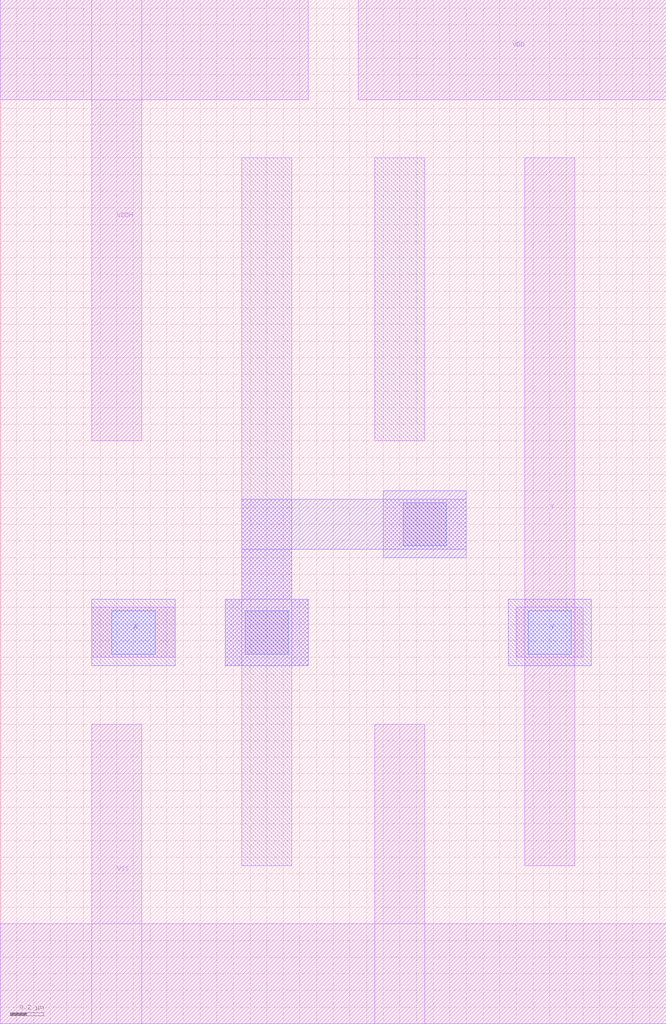
<source format=lef>
# Copyright 2022 Google LLC
# Licensed under the Apache License, Version 2.0 (the "License");
# you may not use this file except in compliance with the License.
# You may obtain a copy of the License at
#
#      http://www.apache.org/licenses/LICENSE-2.0
#
# Unless required by applicable law or agreed to in writing, software
# distributed under the License is distributed on an "AS IS" BASIS,
# WITHOUT WARRANTIES OR CONDITIONS OF ANY KIND, either express or implied.
# See the License for the specific language governing permissions and
# limitations under the License.
VERSION 5.7 ;
BUSBITCHARS "[]" ;
DIVIDERCHAR "/" ;

MACRO gf180mcu_osu_sc_9T_lshifdown
  CLASS CORE ;
  ORIGIN 0 0 ;
  FOREIGN gf180mcu_osu_sc_9T_lshifdown 0 0 ;
  SIZE 4 BY 6.15 ;
  SYMMETRY X Y ;
  SITE GF180_3p3_12t ;
  PIN VDD
    DIRECTION INOUT ;
    USE POWER ;
    SHAPE ABUTMENT ;
    PORT
      LAYER MET1 ;
        RECT 2.15 5.55 4 6.15 ;
    END
  END VDD
  PIN VDDH
    DIRECTION INOUT ;
    USE POWER ;
    PORT
      LAYER MET1 ;
        RECT 0 5.55 1.85 6.15 ;
        RECT 0.55 3.5 0.85 6.15 ;
    END
  END VDDH
  PIN VSS
    DIRECTION INOUT ;
    USE GROUND ;
    PORT
      LAYER MET1 ;
        RECT 0 0 4 0.6 ;
        RECT 2.25 0 2.55 1.8 ;
        RECT 0.55 0 0.85 1.8 ;
    END
  END VSS
  PIN A
    DIRECTION INPUT ;
    USE SIGNAL ;
    PORT
      LAYER MET1 ;
        RECT 0.55 2.2 1.05 2.5 ;
      LAYER MET2 ;
        RECT 0.55 2.15 1.05 2.55 ;
      LAYER VIA12 ;
        RECT 0.67 2.22 0.93 2.48 ;
    END
  END A
  PIN Y
    DIRECTION OUTPUT ;
    USE SIGNAL ;
    PORT
      LAYER MET1 ;
        RECT 3.1 2.2 3.5 2.5 ;
        RECT 3.15 0.95 3.45 5.2 ;
      LAYER MET2 ;
        RECT 3.05 2.15 3.55 2.55 ;
      LAYER VIA12 ;
        RECT 3.17 2.22 3.43 2.48 ;
    END
  END Y
  OBS
    LAYER MET2 ;
      RECT 2.3 2.8 2.8 3.2 ;
      RECT 1.45 2.85 2.8 3.15 ;
      RECT 1.45 2.15 1.75 3.15 ;
      RECT 1.35 2.15 1.85 2.55 ;
    LAYER VIA12 ;
      RECT 2.42 2.87 2.68 3.13 ;
      RECT 1.47 2.22 1.73 2.48 ;
    LAYER MET1 ;
      RECT 1.45 0.95 1.75 5.2 ;
      RECT 1.35 2.15 1.85 2.55 ;
      RECT 2.3 2.85 2.8 3.15 ;
      RECT 2.25 3.5 2.55 5.2 ;
  END
END gf180mcu_osu_sc_9T_lshifdown

</source>
